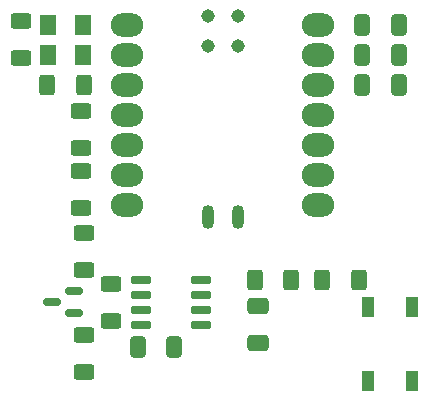
<source format=gtp>
G04 #@! TF.GenerationSoftware,KiCad,Pcbnew,7.0.10*
G04 #@! TF.CreationDate,2024-03-12T12:36:54-06:00*
G04 #@! TF.ProjectId,ARXCarrierBoard,41525843-6172-4726-9965-72426f617264,rev?*
G04 #@! TF.SameCoordinates,Original*
G04 #@! TF.FileFunction,Paste,Top*
G04 #@! TF.FilePolarity,Positive*
%FSLAX46Y46*%
G04 Gerber Fmt 4.6, Leading zero omitted, Abs format (unit mm)*
G04 Created by KiCad (PCBNEW 7.0.10) date 2024-03-12 12:36:54*
%MOMM*%
%LPD*%
G01*
G04 APERTURE LIST*
G04 Aperture macros list*
%AMRoundRect*
0 Rectangle with rounded corners*
0 $1 Rounding radius*
0 $2 $3 $4 $5 $6 $7 $8 $9 X,Y pos of 4 corners*
0 Add a 4 corners polygon primitive as box body*
4,1,4,$2,$3,$4,$5,$6,$7,$8,$9,$2,$3,0*
0 Add four circle primitives for the rounded corners*
1,1,$1+$1,$2,$3*
1,1,$1+$1,$4,$5*
1,1,$1+$1,$6,$7*
1,1,$1+$1,$8,$9*
0 Add four rect primitives between the rounded corners*
20,1,$1+$1,$2,$3,$4,$5,0*
20,1,$1+$1,$4,$5,$6,$7,0*
20,1,$1+$1,$6,$7,$8,$9,0*
20,1,$1+$1,$8,$9,$2,$3,0*%
G04 Aperture macros list end*
%ADD10RoundRect,0.250000X0.650000X-0.412500X0.650000X0.412500X-0.650000X0.412500X-0.650000X-0.412500X0*%
%ADD11RoundRect,0.250000X-0.625000X0.400000X-0.625000X-0.400000X0.625000X-0.400000X0.625000X0.400000X0*%
%ADD12RoundRect,0.250000X0.400000X0.625000X-0.400000X0.625000X-0.400000X-0.625000X0.400000X-0.625000X0*%
%ADD13RoundRect,0.250000X-0.400000X-0.625000X0.400000X-0.625000X0.400000X0.625000X-0.400000X0.625000X0*%
%ADD14R,1.000000X1.700000*%
%ADD15RoundRect,0.250000X0.625000X-0.400000X0.625000X0.400000X-0.625000X0.400000X-0.625000X-0.400000X0*%
%ADD16RoundRect,0.250001X-0.462499X-0.624999X0.462499X-0.624999X0.462499X0.624999X-0.462499X0.624999X0*%
%ADD17RoundRect,0.250000X0.412500X0.650000X-0.412500X0.650000X-0.412500X-0.650000X0.412500X-0.650000X0*%
%ADD18RoundRect,0.150000X0.725000X0.150000X-0.725000X0.150000X-0.725000X-0.150000X0.725000X-0.150000X0*%
%ADD19O,2.748280X1.998980*%
%ADD20O,1.016000X2.032000*%
%ADD21C,1.143000*%
%ADD22RoundRect,0.250000X-0.412500X-0.650000X0.412500X-0.650000X0.412500X0.650000X-0.412500X0.650000X0*%
%ADD23RoundRect,0.150000X0.587500X0.150000X-0.587500X0.150000X-0.587500X-0.150000X0.587500X-0.150000X0*%
G04 APERTURE END LIST*
D10*
X198883270Y-93622990D03*
X198883270Y-90497990D03*
D11*
X178780770Y-66380490D03*
X178780770Y-69480490D03*
D12*
X184140770Y-71740490D03*
X181040770Y-71740490D03*
D13*
X198603270Y-88250490D03*
X201703270Y-88250490D03*
D11*
X183860770Y-74000490D03*
X183860770Y-77100490D03*
D14*
X208158000Y-96876000D03*
X208158000Y-90576000D03*
X211958000Y-96876000D03*
X211958000Y-90576000D03*
D15*
X184150000Y-96038000D03*
X184150000Y-92938000D03*
D16*
X181103270Y-66660490D03*
X184078270Y-66660490D03*
D17*
X210823270Y-71740490D03*
X207698270Y-71740490D03*
D16*
X181103270Y-69200490D03*
X184078270Y-69200490D03*
D17*
X210823270Y-66660490D03*
X207698270Y-66660490D03*
D18*
X194091000Y-92075000D03*
X194091000Y-90805000D03*
X194091000Y-89535000D03*
X194091000Y-88265000D03*
X188941000Y-88265000D03*
X188941000Y-89535000D03*
X188941000Y-90805000D03*
X188941000Y-92075000D03*
D15*
X183860770Y-82180490D03*
X183860770Y-79080490D03*
X184150000Y-87402000D03*
X184150000Y-84302000D03*
D17*
X191808500Y-93980000D03*
X188683500Y-93980000D03*
D19*
X187798710Y-66660490D03*
X187798710Y-69200490D03*
X187798710Y-71740490D03*
X187798710Y-74280490D03*
X187798710Y-76820490D03*
X187798710Y-79360490D03*
X187798710Y-81900490D03*
X203963270Y-81900490D03*
X203963270Y-79360490D03*
X203963270Y-76820490D03*
X203963270Y-74280490D03*
X203963270Y-71740490D03*
X203963270Y-69200490D03*
X203963270Y-66660490D03*
D20*
X194665590Y-82978310D03*
X197215590Y-82978310D03*
D21*
X194664393Y-65974123D03*
X197204393Y-65974123D03*
X194664393Y-68514123D03*
X197204393Y-68514123D03*
D13*
X204313270Y-88250490D03*
X207413270Y-88250490D03*
D22*
X207698270Y-69200490D03*
X210823270Y-69200490D03*
D15*
X186436000Y-91720000D03*
X186436000Y-88620000D03*
D23*
X183309500Y-91120000D03*
X183309500Y-89220000D03*
X181434500Y-90170000D03*
M02*

</source>
